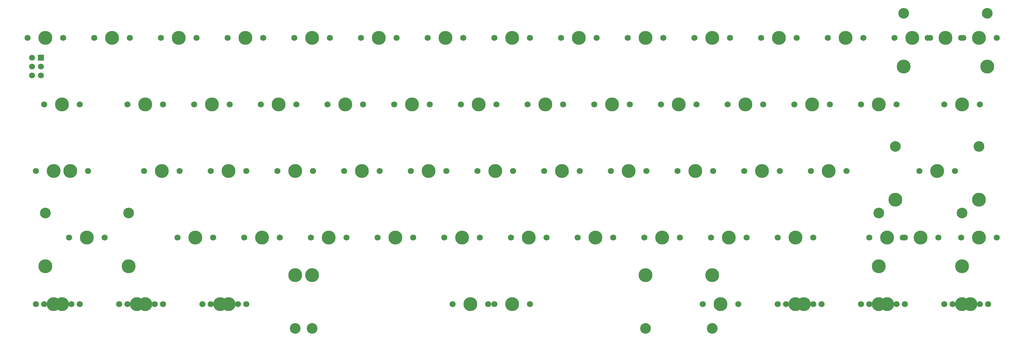
<source format=gts>
G04 #@! TF.GenerationSoftware,KiCad,Pcbnew,(5.1.4)-1*
G04 #@! TF.CreationDate,2020-10-11T01:36:31-04:00*
G04 #@! TF.ProjectId,keyboard,6b657962-6f61-4726-942e-6b696361645f,rev?*
G04 #@! TF.SameCoordinates,Original*
G04 #@! TF.FileFunction,Soldermask,Top*
G04 #@! TF.FilePolarity,Negative*
%FSLAX46Y46*%
G04 Gerber Fmt 4.6, Leading zero omitted, Abs format (unit mm)*
G04 Created by KiCad (PCBNEW (5.1.4)-1) date 2020-10-11 01:36:31*
%MOMM*%
%LPD*%
G04 APERTURE LIST*
%ADD10C,3.987800*%
%ADD11C,3.048000*%
%ADD12C,1.750000*%
%ADD13R,1.700000X1.700000*%
%ADD14C,1.700000*%
G04 APERTURE END LIST*
D10*
X200025000Y-77470000D03*
X85725000Y-77470000D03*
D11*
X200025000Y-92710000D03*
X85725000Y-92710000D03*
D12*
X147955000Y-85725000D03*
X137795000Y-85725000D03*
D10*
X142875000Y-85725000D03*
D12*
X133667500Y-66675000D03*
X123507500Y-66675000D03*
D10*
X128587500Y-66675000D03*
D12*
X143192500Y-47625000D03*
X133032500Y-47625000D03*
D10*
X138112500Y-47625000D03*
D12*
X171767500Y-66675000D03*
X161607500Y-66675000D03*
D10*
X166687500Y-66675000D03*
D12*
X207486250Y-85725000D03*
X197326250Y-85725000D03*
D10*
X202406250Y-85725000D03*
D12*
X238442500Y-47625000D03*
X228282500Y-47625000D03*
D10*
X233362500Y-47625000D03*
D12*
X228917500Y-85725000D03*
X218757500Y-85725000D03*
D10*
X223837500Y-85725000D03*
D12*
X228917500Y-66675000D03*
X218757500Y-66675000D03*
D10*
X223837500Y-66675000D03*
D12*
X243205000Y-9525000D03*
X233045000Y-9525000D03*
D10*
X238125000Y-9525000D03*
D12*
X252730000Y-85725000D03*
X242570000Y-85725000D03*
D10*
X247650000Y-85725000D03*
X278606250Y-17780000D03*
X254793750Y-17780000D03*
D11*
X278606250Y-2540000D03*
X254793750Y-2540000D03*
D12*
X271780000Y-9525000D03*
X261620000Y-9525000D03*
D10*
X266700000Y-9525000D03*
X271462500Y-74930000D03*
X247650000Y-74930000D03*
D11*
X271462500Y-59690000D03*
X247650000Y-59690000D03*
D12*
X264636250Y-66675000D03*
X254476250Y-66675000D03*
D10*
X259556250Y-66675000D03*
D12*
X262255000Y-9525000D03*
X252095000Y-9525000D03*
D10*
X257175000Y-9525000D03*
D12*
X281305000Y-9525000D03*
X271145000Y-9525000D03*
D10*
X276225000Y-9525000D03*
D12*
X252730000Y-28575000D03*
X242570000Y-28575000D03*
D10*
X247650000Y-28575000D03*
D12*
X276542500Y-28575000D03*
X266382500Y-28575000D03*
D10*
X271462500Y-28575000D03*
D12*
X281305000Y-66675000D03*
X271145000Y-66675000D03*
D10*
X276225000Y-66675000D03*
D12*
X255111250Y-66675000D03*
X244951250Y-66675000D03*
D10*
X250031250Y-66675000D03*
D12*
X19367500Y-28575000D03*
X9207500Y-28575000D03*
D10*
X14287500Y-28575000D03*
D12*
X43180000Y-28575000D03*
X33020000Y-28575000D03*
D10*
X38100000Y-28575000D03*
D12*
X16986250Y-47625000D03*
X6826250Y-47625000D03*
D10*
X11906250Y-47625000D03*
D12*
X47942500Y-47625000D03*
X37782500Y-47625000D03*
D10*
X42862500Y-47625000D03*
X276225000Y-55880000D03*
X252412500Y-55880000D03*
D11*
X276225000Y-40640000D03*
X252412500Y-40640000D03*
D12*
X269398750Y-47625000D03*
X259238750Y-47625000D03*
D10*
X264318750Y-47625000D03*
D12*
X57467500Y-66675000D03*
X47307500Y-66675000D03*
D10*
X52387500Y-66675000D03*
D12*
X16986250Y-85725000D03*
X6826250Y-85725000D03*
D10*
X11906250Y-85725000D03*
D12*
X19367500Y-85725000D03*
X9207500Y-85725000D03*
D10*
X14287500Y-85725000D03*
D12*
X43180000Y-85725000D03*
X33020000Y-85725000D03*
D10*
X38100000Y-85725000D03*
D12*
X64611250Y-85725000D03*
X54451250Y-85725000D03*
D10*
X59531250Y-85725000D03*
D12*
X66992500Y-85725000D03*
X56832500Y-85725000D03*
D10*
X61912500Y-85725000D03*
X180968650Y-77470000D03*
X80968850Y-77470000D03*
D11*
X180968650Y-92710000D03*
X80968850Y-92710000D03*
D12*
X136048750Y-85725000D03*
X125888750Y-85725000D03*
D10*
X130968750Y-85725000D03*
D12*
X231298750Y-85725000D03*
X221138750Y-85725000D03*
D10*
X226218750Y-85725000D03*
D12*
X255111250Y-85725000D03*
X244951250Y-85725000D03*
D10*
X250031250Y-85725000D03*
D12*
X276542500Y-85725000D03*
X266382500Y-85725000D03*
D10*
X271462500Y-85725000D03*
D12*
X278923750Y-85725000D03*
X268763750Y-85725000D03*
D10*
X273843750Y-85725000D03*
D12*
X40798750Y-85725000D03*
X30638750Y-85725000D03*
D10*
X35718750Y-85725000D03*
D13*
X8255000Y-15240000D03*
D14*
X5715000Y-15240000D03*
X8255000Y-17780000D03*
X5715000Y-17780000D03*
X8255000Y-20320000D03*
X5715000Y-20320000D03*
D12*
X209867500Y-66675000D03*
X199707500Y-66675000D03*
D10*
X204787500Y-66675000D03*
D12*
X190817500Y-66675000D03*
X180657500Y-66675000D03*
D10*
X185737500Y-66675000D03*
D12*
X152717500Y-66675000D03*
X142557500Y-66675000D03*
D10*
X147637500Y-66675000D03*
D12*
X114617500Y-66675000D03*
X104457500Y-66675000D03*
D10*
X109537500Y-66675000D03*
D12*
X95567500Y-66675000D03*
X85407500Y-66675000D03*
D10*
X90487500Y-66675000D03*
D12*
X76517500Y-66675000D03*
X66357500Y-66675000D03*
D10*
X71437500Y-66675000D03*
X33337500Y-74930000D03*
X9525000Y-74930000D03*
D11*
X33337500Y-59690000D03*
X9525000Y-59690000D03*
D12*
X26511250Y-66675000D03*
X16351250Y-66675000D03*
D10*
X21431250Y-66675000D03*
D12*
X219392500Y-47625000D03*
X209232500Y-47625000D03*
D10*
X214312500Y-47625000D03*
D12*
X200342500Y-47625000D03*
X190182500Y-47625000D03*
D10*
X195262500Y-47625000D03*
D12*
X181292500Y-47625000D03*
X171132500Y-47625000D03*
D10*
X176212500Y-47625000D03*
D12*
X162242500Y-47625000D03*
X152082500Y-47625000D03*
D10*
X157162500Y-47625000D03*
D12*
X124142500Y-47625000D03*
X113982500Y-47625000D03*
D10*
X119062500Y-47625000D03*
D12*
X105092500Y-47625000D03*
X94932500Y-47625000D03*
D10*
X100012500Y-47625000D03*
D12*
X86042500Y-47625000D03*
X75882500Y-47625000D03*
D10*
X80962500Y-47625000D03*
D12*
X66992500Y-47625000D03*
X56832500Y-47625000D03*
D10*
X61912500Y-47625000D03*
X16668750Y-47625000D03*
D12*
X11588750Y-47625000D03*
X21748750Y-47625000D03*
X233680000Y-28575000D03*
X223520000Y-28575000D03*
D10*
X228600000Y-28575000D03*
D12*
X214630000Y-28575000D03*
X204470000Y-28575000D03*
D10*
X209550000Y-28575000D03*
D12*
X195580000Y-28575000D03*
X185420000Y-28575000D03*
D10*
X190500000Y-28575000D03*
D12*
X176530000Y-28575000D03*
X166370000Y-28575000D03*
D10*
X171450000Y-28575000D03*
D12*
X157480000Y-28575000D03*
X147320000Y-28575000D03*
D10*
X152400000Y-28575000D03*
D12*
X138430000Y-28575000D03*
X128270000Y-28575000D03*
D10*
X133350000Y-28575000D03*
D12*
X119380000Y-28575000D03*
X109220000Y-28575000D03*
D10*
X114300000Y-28575000D03*
D12*
X100330000Y-28575000D03*
X90170000Y-28575000D03*
D10*
X95250000Y-28575000D03*
D12*
X81280000Y-28575000D03*
X71120000Y-28575000D03*
D10*
X76200000Y-28575000D03*
D12*
X62230000Y-28575000D03*
X52070000Y-28575000D03*
D10*
X57150000Y-28575000D03*
D12*
X224155000Y-9525000D03*
X213995000Y-9525000D03*
D10*
X219075000Y-9525000D03*
D12*
X205105000Y-9525000D03*
X194945000Y-9525000D03*
D10*
X200025000Y-9525000D03*
D12*
X186055000Y-9525000D03*
X175895000Y-9525000D03*
D10*
X180975000Y-9525000D03*
D12*
X167005000Y-9525000D03*
X156845000Y-9525000D03*
D10*
X161925000Y-9525000D03*
D12*
X147955000Y-9525000D03*
X137795000Y-9525000D03*
D10*
X142875000Y-9525000D03*
D12*
X128905000Y-9525000D03*
X118745000Y-9525000D03*
D10*
X123825000Y-9525000D03*
D12*
X109855000Y-9525000D03*
X99695000Y-9525000D03*
D10*
X104775000Y-9525000D03*
D12*
X90805000Y-9525000D03*
X80645000Y-9525000D03*
D10*
X85725000Y-9525000D03*
D12*
X71755000Y-9525000D03*
X61595000Y-9525000D03*
D10*
X66675000Y-9525000D03*
D12*
X52705000Y-9525000D03*
X42545000Y-9525000D03*
D10*
X47625000Y-9525000D03*
D12*
X33655000Y-9525000D03*
X23495000Y-9525000D03*
D10*
X28575000Y-9525000D03*
D12*
X14605000Y-9525000D03*
X4445000Y-9525000D03*
D10*
X9525000Y-9525000D03*
M02*

</source>
